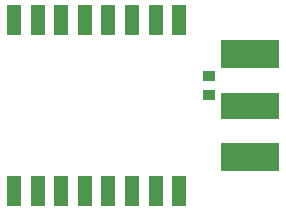
<source format=gtp>
G04 #@! TF.GenerationSoftware,KiCad,Pcbnew,no-vcs-found-a20cce0~59~ubuntu16.04.1*
G04 #@! TF.CreationDate,2017-08-21T15:18:52+01:00*
G04 #@! TF.ProjectId,okgo2usbcontrol,6F6B676F32757362636F6E74726F6C2E,rev?*
G04 #@! TF.SameCoordinates,Original*
G04 #@! TF.FileFunction,Paste,Top*
G04 #@! TF.FilePolarity,Positive*
%FSLAX46Y46*%
G04 Gerber Fmt 4.6, Leading zero omitted, Abs format (unit mm)*
G04 Created by KiCad (PCBNEW no-vcs-found-a20cce0~59~ubuntu16.04.1) date Mon Aug 21 15:18:52 2017*
%MOMM*%
%LPD*%
G01*
G04 APERTURE LIST*
%ADD10R,1.000000X0.950000*%
%ADD11R,5.000000X2.300000*%
%ADD12R,5.000000X2.400000*%
%ADD13R,1.200000X2.500000*%
G04 APERTURE END LIST*
D10*
X124500000Y-109500000D03*
X124500000Y-111100000D03*
D11*
X128000000Y-112000000D03*
D12*
X128000000Y-107625000D03*
X128000000Y-116375000D03*
D13*
X108000000Y-119250000D03*
X110000000Y-119250000D03*
X112000000Y-119250000D03*
X114000000Y-119250000D03*
X116000000Y-119250000D03*
X118000000Y-119250000D03*
X120000000Y-119250000D03*
X122000000Y-119250000D03*
X122000000Y-104750000D03*
X120000000Y-104750000D03*
X118000000Y-104750000D03*
X116000000Y-104750000D03*
X114000000Y-104750000D03*
X112000000Y-104750000D03*
X110000000Y-104750000D03*
X108000000Y-104750000D03*
M02*

</source>
